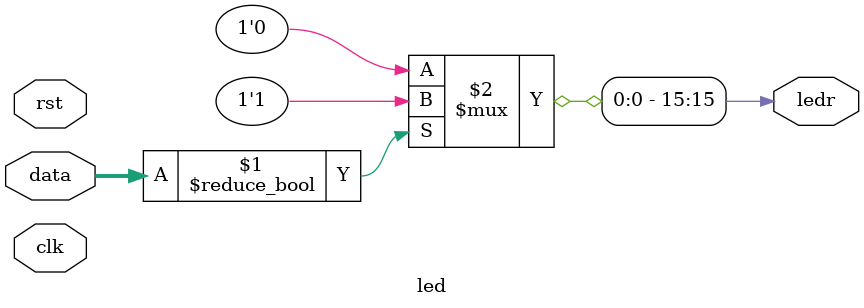
<source format=v>
module led(
  input clk,
  input rst,
  input [2:0] data,
//  input [15:0] sw,
  output [15:0] ledr
);


assign ledr[15] = (data != 3'b000 ) ? 1'b1 : 1'b0;

/*******mux41********
	mux41_t my_mux41(
		.y(sw[1:0]),
	
		.x0(sw[3:2]),
		.x1(sw[5:4]),
		.x2(sw[7:6]),
		.x3(sw[9:8]),
		
		.f(ledr[1:0])
	);
*******************/
endmodule

</source>
